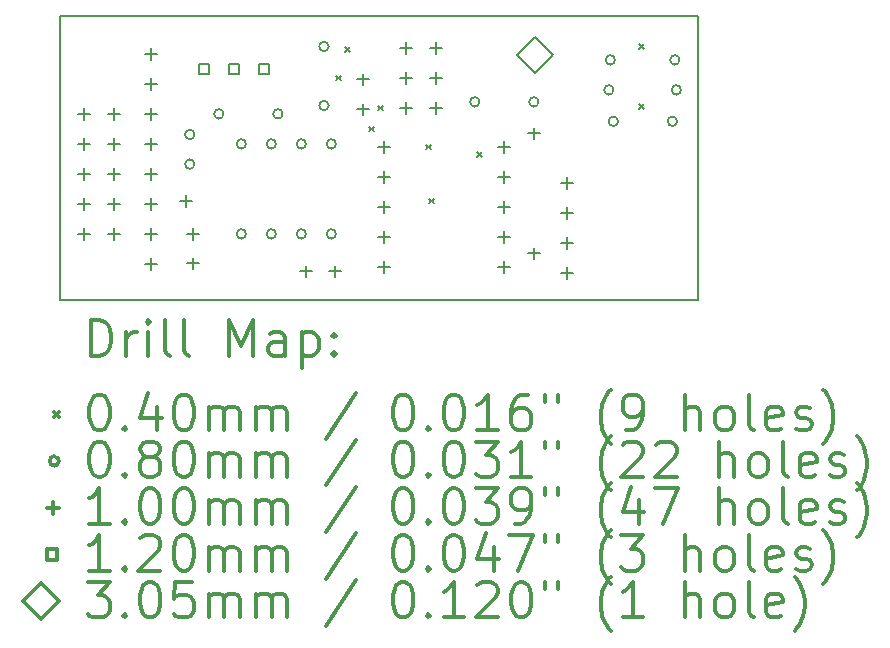
<source format=gbr>
%FSLAX45Y45*%
G04 Gerber Fmt 4.5, Leading zero omitted, Abs format (unit mm)*
G04 Created by KiCad (PCBNEW 4.0.1-stable) date Samstag, 06. Februar 2016 14:39:43*
%MOMM*%
G01*
G04 APERTURE LIST*
%ADD10C,0.127000*%
%ADD11C,0.150000*%
%ADD12C,0.200000*%
%ADD13C,0.300000*%
G04 APERTURE END LIST*
D10*
D11*
X0Y2400000D02*
X0Y0D01*
X5400000Y2400000D02*
X0Y2400000D01*
X5400000Y2400000D02*
X5400000Y0D01*
X0Y0D02*
X5400000Y0D01*
D12*
X2342200Y1899600D02*
X2382200Y1859600D01*
X2382200Y1899600D02*
X2342200Y1859600D01*
X2418400Y2140900D02*
X2458400Y2100900D01*
X2458400Y2140900D02*
X2418400Y2100900D01*
X2621600Y1467800D02*
X2661600Y1427800D01*
X2661600Y1467800D02*
X2621600Y1427800D01*
X2697800Y1645600D02*
X2737800Y1605600D01*
X2737800Y1645600D02*
X2697800Y1605600D01*
X3104200Y1315400D02*
X3144200Y1275400D01*
X3144200Y1315400D02*
X3104200Y1275400D01*
X3129600Y858200D02*
X3169600Y818200D01*
X3169600Y858200D02*
X3129600Y818200D01*
X3536000Y1251900D02*
X3576000Y1211900D01*
X3576000Y1251900D02*
X3536000Y1211900D01*
X4907600Y2166300D02*
X4947600Y2126300D01*
X4947600Y2166300D02*
X4907600Y2126300D01*
X4907600Y1658300D02*
X4947600Y1618300D01*
X4947600Y1658300D02*
X4907600Y1618300D01*
X1140000Y1400000D02*
G75*
G03X1140000Y1400000I-40000J0D01*
G01*
X1140000Y1150000D02*
G75*
G03X1140000Y1150000I-40000J0D01*
G01*
X1386200Y1574800D02*
G75*
G03X1386200Y1574800I-40000J0D01*
G01*
X1576700Y1320800D02*
G75*
G03X1576700Y1320800I-40000J0D01*
G01*
X1576700Y558800D02*
G75*
G03X1576700Y558800I-40000J0D01*
G01*
X1830700Y1320800D02*
G75*
G03X1830700Y1320800I-40000J0D01*
G01*
X1830700Y558800D02*
G75*
G03X1830700Y558800I-40000J0D01*
G01*
X1886200Y1574800D02*
G75*
G03X1886200Y1574800I-40000J0D01*
G01*
X2084700Y1320800D02*
G75*
G03X2084700Y1320800I-40000J0D01*
G01*
X2084700Y558800D02*
G75*
G03X2084700Y558800I-40000J0D01*
G01*
X2275200Y2146300D02*
G75*
G03X2275200Y2146300I-40000J0D01*
G01*
X2275200Y1646300D02*
G75*
G03X2275200Y1646300I-40000J0D01*
G01*
X2338700Y1320800D02*
G75*
G03X2338700Y1320800I-40000J0D01*
G01*
X2338700Y558800D02*
G75*
G03X2338700Y558800I-40000J0D01*
G01*
X3553200Y1676400D02*
G75*
G03X3553200Y1676400I-40000J0D01*
G01*
X4053200Y1676400D02*
G75*
G03X4053200Y1676400I-40000J0D01*
G01*
X4688200Y1778000D02*
G75*
G03X4688200Y1778000I-40000J0D01*
G01*
X4700900Y2032000D02*
G75*
G03X4700900Y2032000I-40000J0D01*
G01*
X4726300Y1511300D02*
G75*
G03X4726300Y1511300I-40000J0D01*
G01*
X5226300Y1511300D02*
G75*
G03X5226300Y1511300I-40000J0D01*
G01*
X5247000Y2032000D02*
G75*
G03X5247000Y2032000I-40000J0D01*
G01*
X5259700Y1778000D02*
G75*
G03X5259700Y1778000I-40000J0D01*
G01*
X203200Y1624800D02*
X203200Y1524800D01*
X153200Y1574800D02*
X253200Y1574800D01*
X203200Y1370800D02*
X203200Y1270800D01*
X153200Y1320800D02*
X253200Y1320800D01*
X203200Y1116800D02*
X203200Y1016800D01*
X153200Y1066800D02*
X253200Y1066800D01*
X203200Y862800D02*
X203200Y762800D01*
X153200Y812800D02*
X253200Y812800D01*
X203200Y608800D02*
X203200Y508800D01*
X153200Y558800D02*
X253200Y558800D01*
X457200Y1624800D02*
X457200Y1524800D01*
X407200Y1574800D02*
X507200Y1574800D01*
X457200Y1370800D02*
X457200Y1270800D01*
X407200Y1320800D02*
X507200Y1320800D01*
X457200Y1116800D02*
X457200Y1016800D01*
X407200Y1066800D02*
X507200Y1066800D01*
X457200Y862800D02*
X457200Y762800D01*
X407200Y812800D02*
X507200Y812800D01*
X457200Y608800D02*
X457200Y508800D01*
X407200Y558800D02*
X507200Y558800D01*
X774700Y2132800D02*
X774700Y2032800D01*
X724700Y2082800D02*
X824700Y2082800D01*
X774700Y1878800D02*
X774700Y1778800D01*
X724700Y1828800D02*
X824700Y1828800D01*
X774700Y1624800D02*
X774700Y1524800D01*
X724700Y1574800D02*
X824700Y1574800D01*
X774700Y1370800D02*
X774700Y1270800D01*
X724700Y1320800D02*
X824700Y1320800D01*
X774700Y1116800D02*
X774700Y1016800D01*
X724700Y1066800D02*
X824700Y1066800D01*
X774700Y862800D02*
X774700Y762800D01*
X724700Y812800D02*
X824700Y812800D01*
X774700Y608800D02*
X774700Y508800D01*
X724700Y558800D02*
X824700Y558800D01*
X774700Y354800D02*
X774700Y254800D01*
X724700Y304800D02*
X824700Y304800D01*
X1065000Y885000D02*
X1065000Y785000D01*
X1015000Y835000D02*
X1115000Y835000D01*
X1130300Y608800D02*
X1130300Y508800D01*
X1080300Y558800D02*
X1180300Y558800D01*
X1130300Y358864D02*
X1130300Y258864D01*
X1080300Y308864D02*
X1180300Y308864D01*
X2082800Y291300D02*
X2082800Y191300D01*
X2032800Y241300D02*
X2132800Y241300D01*
X2332736Y291300D02*
X2332736Y191300D01*
X2282736Y241300D02*
X2382736Y241300D01*
X2565400Y1916900D02*
X2565400Y1816900D01*
X2515400Y1866900D02*
X2615400Y1866900D01*
X2565400Y1662900D02*
X2565400Y1562900D01*
X2515400Y1612900D02*
X2615400Y1612900D01*
X2743200Y1345400D02*
X2743200Y1245400D01*
X2693200Y1295400D02*
X2793200Y1295400D01*
X2743200Y1091400D02*
X2743200Y991400D01*
X2693200Y1041400D02*
X2793200Y1041400D01*
X2743200Y837400D02*
X2743200Y737400D01*
X2693200Y787400D02*
X2793200Y787400D01*
X2743200Y583400D02*
X2743200Y483400D01*
X2693200Y533400D02*
X2793200Y533400D01*
X2743200Y329400D02*
X2743200Y229400D01*
X2693200Y279400D02*
X2793200Y279400D01*
X2933700Y2183600D02*
X2933700Y2083600D01*
X2883700Y2133600D02*
X2983700Y2133600D01*
X2933700Y1929600D02*
X2933700Y1829600D01*
X2883700Y1879600D02*
X2983700Y1879600D01*
X2933700Y1675600D02*
X2933700Y1575600D01*
X2883700Y1625600D02*
X2983700Y1625600D01*
X3187700Y2183600D02*
X3187700Y2083600D01*
X3137700Y2133600D02*
X3237700Y2133600D01*
X3187700Y1929600D02*
X3187700Y1829600D01*
X3137700Y1879600D02*
X3237700Y1879600D01*
X3187700Y1675600D02*
X3187700Y1575600D01*
X3137700Y1625600D02*
X3237700Y1625600D01*
X3759200Y1345400D02*
X3759200Y1245400D01*
X3709200Y1295400D02*
X3809200Y1295400D01*
X3759200Y1091400D02*
X3759200Y991400D01*
X3709200Y1041400D02*
X3809200Y1041400D01*
X3759200Y837400D02*
X3759200Y737400D01*
X3709200Y787400D02*
X3809200Y787400D01*
X3759200Y583400D02*
X3759200Y483400D01*
X3709200Y533400D02*
X3809200Y533400D01*
X3759200Y329400D02*
X3759200Y229400D01*
X3709200Y279400D02*
X3809200Y279400D01*
X4013200Y1459700D02*
X4013200Y1359700D01*
X3963200Y1409700D02*
X4063200Y1409700D01*
X4013200Y443700D02*
X4013200Y343700D01*
X3963200Y393700D02*
X4063200Y393700D01*
X4292600Y1040600D02*
X4292600Y940600D01*
X4242600Y990600D02*
X4342600Y990600D01*
X4292600Y786600D02*
X4292600Y686600D01*
X4242600Y736600D02*
X4342600Y736600D01*
X4292600Y532600D02*
X4292600Y432600D01*
X4242600Y482600D02*
X4342600Y482600D01*
X4292600Y278600D02*
X4292600Y178600D01*
X4242600Y228600D02*
X4342600Y228600D01*
X1261627Y1913373D02*
X1261627Y1998227D01*
X1176773Y1998227D01*
X1176773Y1913373D01*
X1261627Y1913373D01*
X1515627Y1913373D02*
X1515627Y1998227D01*
X1430773Y1998227D01*
X1430773Y1913373D01*
X1515627Y1913373D01*
X1769627Y1913373D02*
X1769627Y1998227D01*
X1684773Y1998227D01*
X1684773Y1913373D01*
X1769627Y1913373D01*
X4025900Y1917700D02*
X4178300Y2070100D01*
X4025900Y2222500D01*
X3873500Y2070100D01*
X4025900Y1917700D01*
D13*
X263929Y-473214D02*
X263929Y-173214D01*
X335357Y-173214D01*
X378214Y-187500D01*
X406786Y-216071D01*
X421071Y-244643D01*
X435357Y-301786D01*
X435357Y-344643D01*
X421071Y-401786D01*
X406786Y-430357D01*
X378214Y-458929D01*
X335357Y-473214D01*
X263929Y-473214D01*
X563929Y-473214D02*
X563929Y-273214D01*
X563929Y-330357D02*
X578214Y-301786D01*
X592500Y-287500D01*
X621071Y-273214D01*
X649643Y-273214D01*
X749643Y-473214D02*
X749643Y-273214D01*
X749643Y-173214D02*
X735357Y-187500D01*
X749643Y-201786D01*
X763928Y-187500D01*
X749643Y-173214D01*
X749643Y-201786D01*
X935357Y-473214D02*
X906786Y-458929D01*
X892500Y-430357D01*
X892500Y-173214D01*
X1092500Y-473214D02*
X1063929Y-458929D01*
X1049643Y-430357D01*
X1049643Y-173214D01*
X1435357Y-473214D02*
X1435357Y-173214D01*
X1535357Y-387500D01*
X1635357Y-173214D01*
X1635357Y-473214D01*
X1906786Y-473214D02*
X1906786Y-316072D01*
X1892500Y-287500D01*
X1863928Y-273214D01*
X1806786Y-273214D01*
X1778214Y-287500D01*
X1906786Y-458929D02*
X1878214Y-473214D01*
X1806786Y-473214D01*
X1778214Y-458929D01*
X1763928Y-430357D01*
X1763928Y-401786D01*
X1778214Y-373214D01*
X1806786Y-358929D01*
X1878214Y-358929D01*
X1906786Y-344643D01*
X2049643Y-273214D02*
X2049643Y-573214D01*
X2049643Y-287500D02*
X2078214Y-273214D01*
X2135357Y-273214D01*
X2163929Y-287500D01*
X2178214Y-301786D01*
X2192500Y-330357D01*
X2192500Y-416071D01*
X2178214Y-444643D01*
X2163929Y-458929D01*
X2135357Y-473214D01*
X2078214Y-473214D01*
X2049643Y-458929D01*
X2321071Y-444643D02*
X2335357Y-458929D01*
X2321071Y-473214D01*
X2306786Y-458929D01*
X2321071Y-444643D01*
X2321071Y-473214D01*
X2321071Y-287500D02*
X2335357Y-301786D01*
X2321071Y-316072D01*
X2306786Y-301786D01*
X2321071Y-287500D01*
X2321071Y-316072D01*
X-47500Y-947500D02*
X-7500Y-987500D01*
X-7500Y-947500D02*
X-47500Y-987500D01*
X321071Y-803214D02*
X349643Y-803214D01*
X378214Y-817500D01*
X392500Y-831786D01*
X406786Y-860357D01*
X421071Y-917500D01*
X421071Y-988929D01*
X406786Y-1046071D01*
X392500Y-1074643D01*
X378214Y-1088929D01*
X349643Y-1103214D01*
X321071Y-1103214D01*
X292500Y-1088929D01*
X278214Y-1074643D01*
X263929Y-1046071D01*
X249643Y-988929D01*
X249643Y-917500D01*
X263929Y-860357D01*
X278214Y-831786D01*
X292500Y-817500D01*
X321071Y-803214D01*
X549643Y-1074643D02*
X563929Y-1088929D01*
X549643Y-1103214D01*
X535357Y-1088929D01*
X549643Y-1074643D01*
X549643Y-1103214D01*
X821071Y-903214D02*
X821071Y-1103214D01*
X749643Y-788929D02*
X678214Y-1003214D01*
X863928Y-1003214D01*
X1035357Y-803214D02*
X1063929Y-803214D01*
X1092500Y-817500D01*
X1106786Y-831786D01*
X1121071Y-860357D01*
X1135357Y-917500D01*
X1135357Y-988929D01*
X1121071Y-1046071D01*
X1106786Y-1074643D01*
X1092500Y-1088929D01*
X1063929Y-1103214D01*
X1035357Y-1103214D01*
X1006786Y-1088929D01*
X992500Y-1074643D01*
X978214Y-1046071D01*
X963928Y-988929D01*
X963928Y-917500D01*
X978214Y-860357D01*
X992500Y-831786D01*
X1006786Y-817500D01*
X1035357Y-803214D01*
X1263929Y-1103214D02*
X1263929Y-903214D01*
X1263929Y-931786D02*
X1278214Y-917500D01*
X1306786Y-903214D01*
X1349643Y-903214D01*
X1378214Y-917500D01*
X1392500Y-946071D01*
X1392500Y-1103214D01*
X1392500Y-946071D02*
X1406786Y-917500D01*
X1435357Y-903214D01*
X1478214Y-903214D01*
X1506786Y-917500D01*
X1521071Y-946071D01*
X1521071Y-1103214D01*
X1663928Y-1103214D02*
X1663928Y-903214D01*
X1663928Y-931786D02*
X1678214Y-917500D01*
X1706786Y-903214D01*
X1749643Y-903214D01*
X1778214Y-917500D01*
X1792500Y-946071D01*
X1792500Y-1103214D01*
X1792500Y-946071D02*
X1806786Y-917500D01*
X1835357Y-903214D01*
X1878214Y-903214D01*
X1906786Y-917500D01*
X1921071Y-946071D01*
X1921071Y-1103214D01*
X2506786Y-788929D02*
X2249643Y-1174643D01*
X2892500Y-803214D02*
X2921071Y-803214D01*
X2949643Y-817500D01*
X2963928Y-831786D01*
X2978214Y-860357D01*
X2992500Y-917500D01*
X2992500Y-988929D01*
X2978214Y-1046071D01*
X2963928Y-1074643D01*
X2949643Y-1088929D01*
X2921071Y-1103214D01*
X2892500Y-1103214D01*
X2863928Y-1088929D01*
X2849643Y-1074643D01*
X2835357Y-1046071D01*
X2821071Y-988929D01*
X2821071Y-917500D01*
X2835357Y-860357D01*
X2849643Y-831786D01*
X2863928Y-817500D01*
X2892500Y-803214D01*
X3121071Y-1074643D02*
X3135357Y-1088929D01*
X3121071Y-1103214D01*
X3106786Y-1088929D01*
X3121071Y-1074643D01*
X3121071Y-1103214D01*
X3321071Y-803214D02*
X3349643Y-803214D01*
X3378214Y-817500D01*
X3392500Y-831786D01*
X3406785Y-860357D01*
X3421071Y-917500D01*
X3421071Y-988929D01*
X3406785Y-1046071D01*
X3392500Y-1074643D01*
X3378214Y-1088929D01*
X3349643Y-1103214D01*
X3321071Y-1103214D01*
X3292500Y-1088929D01*
X3278214Y-1074643D01*
X3263928Y-1046071D01*
X3249643Y-988929D01*
X3249643Y-917500D01*
X3263928Y-860357D01*
X3278214Y-831786D01*
X3292500Y-817500D01*
X3321071Y-803214D01*
X3706785Y-1103214D02*
X3535357Y-1103214D01*
X3621071Y-1103214D02*
X3621071Y-803214D01*
X3592500Y-846071D01*
X3563928Y-874643D01*
X3535357Y-888929D01*
X3963928Y-803214D02*
X3906785Y-803214D01*
X3878214Y-817500D01*
X3863928Y-831786D01*
X3835357Y-874643D01*
X3821071Y-931786D01*
X3821071Y-1046071D01*
X3835357Y-1074643D01*
X3849643Y-1088929D01*
X3878214Y-1103214D01*
X3935357Y-1103214D01*
X3963928Y-1088929D01*
X3978214Y-1074643D01*
X3992500Y-1046071D01*
X3992500Y-974643D01*
X3978214Y-946071D01*
X3963928Y-931786D01*
X3935357Y-917500D01*
X3878214Y-917500D01*
X3849643Y-931786D01*
X3835357Y-946071D01*
X3821071Y-974643D01*
X4106786Y-803214D02*
X4106786Y-860357D01*
X4221071Y-803214D02*
X4221071Y-860357D01*
X4663928Y-1217500D02*
X4649643Y-1203214D01*
X4621071Y-1160357D01*
X4606786Y-1131786D01*
X4592500Y-1088929D01*
X4578214Y-1017500D01*
X4578214Y-960357D01*
X4592500Y-888929D01*
X4606786Y-846071D01*
X4621071Y-817500D01*
X4649643Y-774643D01*
X4663928Y-760357D01*
X4792500Y-1103214D02*
X4849643Y-1103214D01*
X4878214Y-1088929D01*
X4892500Y-1074643D01*
X4921071Y-1031786D01*
X4935357Y-974643D01*
X4935357Y-860357D01*
X4921071Y-831786D01*
X4906786Y-817500D01*
X4878214Y-803214D01*
X4821071Y-803214D01*
X4792500Y-817500D01*
X4778214Y-831786D01*
X4763928Y-860357D01*
X4763928Y-931786D01*
X4778214Y-960357D01*
X4792500Y-974643D01*
X4821071Y-988929D01*
X4878214Y-988929D01*
X4906786Y-974643D01*
X4921071Y-960357D01*
X4935357Y-931786D01*
X5292500Y-1103214D02*
X5292500Y-803214D01*
X5421071Y-1103214D02*
X5421071Y-946071D01*
X5406786Y-917500D01*
X5378214Y-903214D01*
X5335357Y-903214D01*
X5306786Y-917500D01*
X5292500Y-931786D01*
X5606785Y-1103214D02*
X5578214Y-1088929D01*
X5563928Y-1074643D01*
X5549643Y-1046071D01*
X5549643Y-960357D01*
X5563928Y-931786D01*
X5578214Y-917500D01*
X5606785Y-903214D01*
X5649643Y-903214D01*
X5678214Y-917500D01*
X5692500Y-931786D01*
X5706785Y-960357D01*
X5706785Y-1046071D01*
X5692500Y-1074643D01*
X5678214Y-1088929D01*
X5649643Y-1103214D01*
X5606785Y-1103214D01*
X5878214Y-1103214D02*
X5849643Y-1088929D01*
X5835357Y-1060357D01*
X5835357Y-803214D01*
X6106786Y-1088929D02*
X6078214Y-1103214D01*
X6021071Y-1103214D01*
X5992500Y-1088929D01*
X5978214Y-1060357D01*
X5978214Y-946071D01*
X5992500Y-917500D01*
X6021071Y-903214D01*
X6078214Y-903214D01*
X6106786Y-917500D01*
X6121071Y-946071D01*
X6121071Y-974643D01*
X5978214Y-1003214D01*
X6235357Y-1088929D02*
X6263928Y-1103214D01*
X6321071Y-1103214D01*
X6349643Y-1088929D01*
X6363928Y-1060357D01*
X6363928Y-1046071D01*
X6349643Y-1017500D01*
X6321071Y-1003214D01*
X6278214Y-1003214D01*
X6249643Y-988929D01*
X6235357Y-960357D01*
X6235357Y-946071D01*
X6249643Y-917500D01*
X6278214Y-903214D01*
X6321071Y-903214D01*
X6349643Y-917500D01*
X6463928Y-1217500D02*
X6478214Y-1203214D01*
X6506786Y-1160357D01*
X6521071Y-1131786D01*
X6535357Y-1088929D01*
X6549643Y-1017500D01*
X6549643Y-960357D01*
X6535357Y-888929D01*
X6521071Y-846071D01*
X6506786Y-817500D01*
X6478214Y-774643D01*
X6463928Y-760357D01*
X-7500Y-1363500D02*
G75*
G03X-7500Y-1363500I-40000J0D01*
G01*
X321071Y-1199214D02*
X349643Y-1199214D01*
X378214Y-1213500D01*
X392500Y-1227786D01*
X406786Y-1256357D01*
X421071Y-1313500D01*
X421071Y-1384929D01*
X406786Y-1442071D01*
X392500Y-1470643D01*
X378214Y-1484929D01*
X349643Y-1499214D01*
X321071Y-1499214D01*
X292500Y-1484929D01*
X278214Y-1470643D01*
X263929Y-1442071D01*
X249643Y-1384929D01*
X249643Y-1313500D01*
X263929Y-1256357D01*
X278214Y-1227786D01*
X292500Y-1213500D01*
X321071Y-1199214D01*
X549643Y-1470643D02*
X563929Y-1484929D01*
X549643Y-1499214D01*
X535357Y-1484929D01*
X549643Y-1470643D01*
X549643Y-1499214D01*
X735357Y-1327786D02*
X706786Y-1313500D01*
X692500Y-1299214D01*
X678214Y-1270643D01*
X678214Y-1256357D01*
X692500Y-1227786D01*
X706786Y-1213500D01*
X735357Y-1199214D01*
X792500Y-1199214D01*
X821071Y-1213500D01*
X835357Y-1227786D01*
X849643Y-1256357D01*
X849643Y-1270643D01*
X835357Y-1299214D01*
X821071Y-1313500D01*
X792500Y-1327786D01*
X735357Y-1327786D01*
X706786Y-1342072D01*
X692500Y-1356357D01*
X678214Y-1384929D01*
X678214Y-1442071D01*
X692500Y-1470643D01*
X706786Y-1484929D01*
X735357Y-1499214D01*
X792500Y-1499214D01*
X821071Y-1484929D01*
X835357Y-1470643D01*
X849643Y-1442071D01*
X849643Y-1384929D01*
X835357Y-1356357D01*
X821071Y-1342072D01*
X792500Y-1327786D01*
X1035357Y-1199214D02*
X1063929Y-1199214D01*
X1092500Y-1213500D01*
X1106786Y-1227786D01*
X1121071Y-1256357D01*
X1135357Y-1313500D01*
X1135357Y-1384929D01*
X1121071Y-1442071D01*
X1106786Y-1470643D01*
X1092500Y-1484929D01*
X1063929Y-1499214D01*
X1035357Y-1499214D01*
X1006786Y-1484929D01*
X992500Y-1470643D01*
X978214Y-1442071D01*
X963928Y-1384929D01*
X963928Y-1313500D01*
X978214Y-1256357D01*
X992500Y-1227786D01*
X1006786Y-1213500D01*
X1035357Y-1199214D01*
X1263929Y-1499214D02*
X1263929Y-1299214D01*
X1263929Y-1327786D02*
X1278214Y-1313500D01*
X1306786Y-1299214D01*
X1349643Y-1299214D01*
X1378214Y-1313500D01*
X1392500Y-1342072D01*
X1392500Y-1499214D01*
X1392500Y-1342072D02*
X1406786Y-1313500D01*
X1435357Y-1299214D01*
X1478214Y-1299214D01*
X1506786Y-1313500D01*
X1521071Y-1342072D01*
X1521071Y-1499214D01*
X1663928Y-1499214D02*
X1663928Y-1299214D01*
X1663928Y-1327786D02*
X1678214Y-1313500D01*
X1706786Y-1299214D01*
X1749643Y-1299214D01*
X1778214Y-1313500D01*
X1792500Y-1342072D01*
X1792500Y-1499214D01*
X1792500Y-1342072D02*
X1806786Y-1313500D01*
X1835357Y-1299214D01*
X1878214Y-1299214D01*
X1906786Y-1313500D01*
X1921071Y-1342072D01*
X1921071Y-1499214D01*
X2506786Y-1184929D02*
X2249643Y-1570643D01*
X2892500Y-1199214D02*
X2921071Y-1199214D01*
X2949643Y-1213500D01*
X2963928Y-1227786D01*
X2978214Y-1256357D01*
X2992500Y-1313500D01*
X2992500Y-1384929D01*
X2978214Y-1442071D01*
X2963928Y-1470643D01*
X2949643Y-1484929D01*
X2921071Y-1499214D01*
X2892500Y-1499214D01*
X2863928Y-1484929D01*
X2849643Y-1470643D01*
X2835357Y-1442071D01*
X2821071Y-1384929D01*
X2821071Y-1313500D01*
X2835357Y-1256357D01*
X2849643Y-1227786D01*
X2863928Y-1213500D01*
X2892500Y-1199214D01*
X3121071Y-1470643D02*
X3135357Y-1484929D01*
X3121071Y-1499214D01*
X3106786Y-1484929D01*
X3121071Y-1470643D01*
X3121071Y-1499214D01*
X3321071Y-1199214D02*
X3349643Y-1199214D01*
X3378214Y-1213500D01*
X3392500Y-1227786D01*
X3406785Y-1256357D01*
X3421071Y-1313500D01*
X3421071Y-1384929D01*
X3406785Y-1442071D01*
X3392500Y-1470643D01*
X3378214Y-1484929D01*
X3349643Y-1499214D01*
X3321071Y-1499214D01*
X3292500Y-1484929D01*
X3278214Y-1470643D01*
X3263928Y-1442071D01*
X3249643Y-1384929D01*
X3249643Y-1313500D01*
X3263928Y-1256357D01*
X3278214Y-1227786D01*
X3292500Y-1213500D01*
X3321071Y-1199214D01*
X3521071Y-1199214D02*
X3706785Y-1199214D01*
X3606785Y-1313500D01*
X3649643Y-1313500D01*
X3678214Y-1327786D01*
X3692500Y-1342072D01*
X3706785Y-1370643D01*
X3706785Y-1442071D01*
X3692500Y-1470643D01*
X3678214Y-1484929D01*
X3649643Y-1499214D01*
X3563928Y-1499214D01*
X3535357Y-1484929D01*
X3521071Y-1470643D01*
X3992500Y-1499214D02*
X3821071Y-1499214D01*
X3906785Y-1499214D02*
X3906785Y-1199214D01*
X3878214Y-1242072D01*
X3849643Y-1270643D01*
X3821071Y-1284929D01*
X4106786Y-1199214D02*
X4106786Y-1256357D01*
X4221071Y-1199214D02*
X4221071Y-1256357D01*
X4663928Y-1613500D02*
X4649643Y-1599214D01*
X4621071Y-1556357D01*
X4606786Y-1527786D01*
X4592500Y-1484929D01*
X4578214Y-1413500D01*
X4578214Y-1356357D01*
X4592500Y-1284929D01*
X4606786Y-1242072D01*
X4621071Y-1213500D01*
X4649643Y-1170643D01*
X4663928Y-1156357D01*
X4763928Y-1227786D02*
X4778214Y-1213500D01*
X4806786Y-1199214D01*
X4878214Y-1199214D01*
X4906786Y-1213500D01*
X4921071Y-1227786D01*
X4935357Y-1256357D01*
X4935357Y-1284929D01*
X4921071Y-1327786D01*
X4749643Y-1499214D01*
X4935357Y-1499214D01*
X5049643Y-1227786D02*
X5063928Y-1213500D01*
X5092500Y-1199214D01*
X5163928Y-1199214D01*
X5192500Y-1213500D01*
X5206786Y-1227786D01*
X5221071Y-1256357D01*
X5221071Y-1284929D01*
X5206786Y-1327786D01*
X5035357Y-1499214D01*
X5221071Y-1499214D01*
X5578214Y-1499214D02*
X5578214Y-1199214D01*
X5706785Y-1499214D02*
X5706785Y-1342072D01*
X5692500Y-1313500D01*
X5663928Y-1299214D01*
X5621071Y-1299214D01*
X5592500Y-1313500D01*
X5578214Y-1327786D01*
X5892500Y-1499214D02*
X5863928Y-1484929D01*
X5849643Y-1470643D01*
X5835357Y-1442071D01*
X5835357Y-1356357D01*
X5849643Y-1327786D01*
X5863928Y-1313500D01*
X5892500Y-1299214D01*
X5935357Y-1299214D01*
X5963928Y-1313500D01*
X5978214Y-1327786D01*
X5992500Y-1356357D01*
X5992500Y-1442071D01*
X5978214Y-1470643D01*
X5963928Y-1484929D01*
X5935357Y-1499214D01*
X5892500Y-1499214D01*
X6163928Y-1499214D02*
X6135357Y-1484929D01*
X6121071Y-1456357D01*
X6121071Y-1199214D01*
X6392500Y-1484929D02*
X6363928Y-1499214D01*
X6306786Y-1499214D01*
X6278214Y-1484929D01*
X6263928Y-1456357D01*
X6263928Y-1342072D01*
X6278214Y-1313500D01*
X6306786Y-1299214D01*
X6363928Y-1299214D01*
X6392500Y-1313500D01*
X6406786Y-1342072D01*
X6406786Y-1370643D01*
X6263928Y-1399214D01*
X6521071Y-1484929D02*
X6549643Y-1499214D01*
X6606786Y-1499214D01*
X6635357Y-1484929D01*
X6649643Y-1456357D01*
X6649643Y-1442071D01*
X6635357Y-1413500D01*
X6606786Y-1399214D01*
X6563928Y-1399214D01*
X6535357Y-1384929D01*
X6521071Y-1356357D01*
X6521071Y-1342072D01*
X6535357Y-1313500D01*
X6563928Y-1299214D01*
X6606786Y-1299214D01*
X6635357Y-1313500D01*
X6749643Y-1613500D02*
X6763928Y-1599214D01*
X6792500Y-1556357D01*
X6806786Y-1527786D01*
X6821071Y-1484929D01*
X6835357Y-1413500D01*
X6835357Y-1356357D01*
X6821071Y-1284929D01*
X6806786Y-1242072D01*
X6792500Y-1213500D01*
X6763928Y-1170643D01*
X6749643Y-1156357D01*
X-57500Y-1709500D02*
X-57500Y-1809500D01*
X-107500Y-1759500D02*
X-7500Y-1759500D01*
X421071Y-1895214D02*
X249643Y-1895214D01*
X335357Y-1895214D02*
X335357Y-1595214D01*
X306786Y-1638071D01*
X278214Y-1666643D01*
X249643Y-1680929D01*
X549643Y-1866643D02*
X563929Y-1880929D01*
X549643Y-1895214D01*
X535357Y-1880929D01*
X549643Y-1866643D01*
X549643Y-1895214D01*
X749643Y-1595214D02*
X778214Y-1595214D01*
X806786Y-1609500D01*
X821071Y-1623786D01*
X835357Y-1652357D01*
X849643Y-1709500D01*
X849643Y-1780929D01*
X835357Y-1838071D01*
X821071Y-1866643D01*
X806786Y-1880929D01*
X778214Y-1895214D01*
X749643Y-1895214D01*
X721071Y-1880929D01*
X706786Y-1866643D01*
X692500Y-1838071D01*
X678214Y-1780929D01*
X678214Y-1709500D01*
X692500Y-1652357D01*
X706786Y-1623786D01*
X721071Y-1609500D01*
X749643Y-1595214D01*
X1035357Y-1595214D02*
X1063929Y-1595214D01*
X1092500Y-1609500D01*
X1106786Y-1623786D01*
X1121071Y-1652357D01*
X1135357Y-1709500D01*
X1135357Y-1780929D01*
X1121071Y-1838071D01*
X1106786Y-1866643D01*
X1092500Y-1880929D01*
X1063929Y-1895214D01*
X1035357Y-1895214D01*
X1006786Y-1880929D01*
X992500Y-1866643D01*
X978214Y-1838071D01*
X963928Y-1780929D01*
X963928Y-1709500D01*
X978214Y-1652357D01*
X992500Y-1623786D01*
X1006786Y-1609500D01*
X1035357Y-1595214D01*
X1263929Y-1895214D02*
X1263929Y-1695214D01*
X1263929Y-1723786D02*
X1278214Y-1709500D01*
X1306786Y-1695214D01*
X1349643Y-1695214D01*
X1378214Y-1709500D01*
X1392500Y-1738071D01*
X1392500Y-1895214D01*
X1392500Y-1738071D02*
X1406786Y-1709500D01*
X1435357Y-1695214D01*
X1478214Y-1695214D01*
X1506786Y-1709500D01*
X1521071Y-1738071D01*
X1521071Y-1895214D01*
X1663928Y-1895214D02*
X1663928Y-1695214D01*
X1663928Y-1723786D02*
X1678214Y-1709500D01*
X1706786Y-1695214D01*
X1749643Y-1695214D01*
X1778214Y-1709500D01*
X1792500Y-1738071D01*
X1792500Y-1895214D01*
X1792500Y-1738071D02*
X1806786Y-1709500D01*
X1835357Y-1695214D01*
X1878214Y-1695214D01*
X1906786Y-1709500D01*
X1921071Y-1738071D01*
X1921071Y-1895214D01*
X2506786Y-1580929D02*
X2249643Y-1966643D01*
X2892500Y-1595214D02*
X2921071Y-1595214D01*
X2949643Y-1609500D01*
X2963928Y-1623786D01*
X2978214Y-1652357D01*
X2992500Y-1709500D01*
X2992500Y-1780929D01*
X2978214Y-1838071D01*
X2963928Y-1866643D01*
X2949643Y-1880929D01*
X2921071Y-1895214D01*
X2892500Y-1895214D01*
X2863928Y-1880929D01*
X2849643Y-1866643D01*
X2835357Y-1838071D01*
X2821071Y-1780929D01*
X2821071Y-1709500D01*
X2835357Y-1652357D01*
X2849643Y-1623786D01*
X2863928Y-1609500D01*
X2892500Y-1595214D01*
X3121071Y-1866643D02*
X3135357Y-1880929D01*
X3121071Y-1895214D01*
X3106786Y-1880929D01*
X3121071Y-1866643D01*
X3121071Y-1895214D01*
X3321071Y-1595214D02*
X3349643Y-1595214D01*
X3378214Y-1609500D01*
X3392500Y-1623786D01*
X3406785Y-1652357D01*
X3421071Y-1709500D01*
X3421071Y-1780929D01*
X3406785Y-1838071D01*
X3392500Y-1866643D01*
X3378214Y-1880929D01*
X3349643Y-1895214D01*
X3321071Y-1895214D01*
X3292500Y-1880929D01*
X3278214Y-1866643D01*
X3263928Y-1838071D01*
X3249643Y-1780929D01*
X3249643Y-1709500D01*
X3263928Y-1652357D01*
X3278214Y-1623786D01*
X3292500Y-1609500D01*
X3321071Y-1595214D01*
X3521071Y-1595214D02*
X3706785Y-1595214D01*
X3606785Y-1709500D01*
X3649643Y-1709500D01*
X3678214Y-1723786D01*
X3692500Y-1738071D01*
X3706785Y-1766643D01*
X3706785Y-1838071D01*
X3692500Y-1866643D01*
X3678214Y-1880929D01*
X3649643Y-1895214D01*
X3563928Y-1895214D01*
X3535357Y-1880929D01*
X3521071Y-1866643D01*
X3849643Y-1895214D02*
X3906785Y-1895214D01*
X3935357Y-1880929D01*
X3949643Y-1866643D01*
X3978214Y-1823786D01*
X3992500Y-1766643D01*
X3992500Y-1652357D01*
X3978214Y-1623786D01*
X3963928Y-1609500D01*
X3935357Y-1595214D01*
X3878214Y-1595214D01*
X3849643Y-1609500D01*
X3835357Y-1623786D01*
X3821071Y-1652357D01*
X3821071Y-1723786D01*
X3835357Y-1752357D01*
X3849643Y-1766643D01*
X3878214Y-1780929D01*
X3935357Y-1780929D01*
X3963928Y-1766643D01*
X3978214Y-1752357D01*
X3992500Y-1723786D01*
X4106786Y-1595214D02*
X4106786Y-1652357D01*
X4221071Y-1595214D02*
X4221071Y-1652357D01*
X4663928Y-2009500D02*
X4649643Y-1995214D01*
X4621071Y-1952357D01*
X4606786Y-1923786D01*
X4592500Y-1880929D01*
X4578214Y-1809500D01*
X4578214Y-1752357D01*
X4592500Y-1680929D01*
X4606786Y-1638071D01*
X4621071Y-1609500D01*
X4649643Y-1566643D01*
X4663928Y-1552357D01*
X4906786Y-1695214D02*
X4906786Y-1895214D01*
X4835357Y-1580929D02*
X4763928Y-1795214D01*
X4949643Y-1795214D01*
X5035357Y-1595214D02*
X5235357Y-1595214D01*
X5106786Y-1895214D01*
X5578214Y-1895214D02*
X5578214Y-1595214D01*
X5706785Y-1895214D02*
X5706785Y-1738071D01*
X5692500Y-1709500D01*
X5663928Y-1695214D01*
X5621071Y-1695214D01*
X5592500Y-1709500D01*
X5578214Y-1723786D01*
X5892500Y-1895214D02*
X5863928Y-1880929D01*
X5849643Y-1866643D01*
X5835357Y-1838071D01*
X5835357Y-1752357D01*
X5849643Y-1723786D01*
X5863928Y-1709500D01*
X5892500Y-1695214D01*
X5935357Y-1695214D01*
X5963928Y-1709500D01*
X5978214Y-1723786D01*
X5992500Y-1752357D01*
X5992500Y-1838071D01*
X5978214Y-1866643D01*
X5963928Y-1880929D01*
X5935357Y-1895214D01*
X5892500Y-1895214D01*
X6163928Y-1895214D02*
X6135357Y-1880929D01*
X6121071Y-1852357D01*
X6121071Y-1595214D01*
X6392500Y-1880929D02*
X6363928Y-1895214D01*
X6306786Y-1895214D01*
X6278214Y-1880929D01*
X6263928Y-1852357D01*
X6263928Y-1738071D01*
X6278214Y-1709500D01*
X6306786Y-1695214D01*
X6363928Y-1695214D01*
X6392500Y-1709500D01*
X6406786Y-1738071D01*
X6406786Y-1766643D01*
X6263928Y-1795214D01*
X6521071Y-1880929D02*
X6549643Y-1895214D01*
X6606786Y-1895214D01*
X6635357Y-1880929D01*
X6649643Y-1852357D01*
X6649643Y-1838071D01*
X6635357Y-1809500D01*
X6606786Y-1795214D01*
X6563928Y-1795214D01*
X6535357Y-1780929D01*
X6521071Y-1752357D01*
X6521071Y-1738071D01*
X6535357Y-1709500D01*
X6563928Y-1695214D01*
X6606786Y-1695214D01*
X6635357Y-1709500D01*
X6749643Y-2009500D02*
X6763928Y-1995214D01*
X6792500Y-1952357D01*
X6806786Y-1923786D01*
X6821071Y-1880929D01*
X6835357Y-1809500D01*
X6835357Y-1752357D01*
X6821071Y-1680929D01*
X6806786Y-1638071D01*
X6792500Y-1609500D01*
X6763928Y-1566643D01*
X6749643Y-1552357D01*
X-25073Y-2197927D02*
X-25073Y-2113073D01*
X-109927Y-2113073D01*
X-109927Y-2197927D01*
X-25073Y-2197927D01*
X421071Y-2291214D02*
X249643Y-2291214D01*
X335357Y-2291214D02*
X335357Y-1991214D01*
X306786Y-2034071D01*
X278214Y-2062643D01*
X249643Y-2076929D01*
X549643Y-2262643D02*
X563929Y-2276929D01*
X549643Y-2291214D01*
X535357Y-2276929D01*
X549643Y-2262643D01*
X549643Y-2291214D01*
X678214Y-2019786D02*
X692500Y-2005500D01*
X721071Y-1991214D01*
X792500Y-1991214D01*
X821071Y-2005500D01*
X835357Y-2019786D01*
X849643Y-2048357D01*
X849643Y-2076929D01*
X835357Y-2119786D01*
X663928Y-2291214D01*
X849643Y-2291214D01*
X1035357Y-1991214D02*
X1063929Y-1991214D01*
X1092500Y-2005500D01*
X1106786Y-2019786D01*
X1121071Y-2048357D01*
X1135357Y-2105500D01*
X1135357Y-2176929D01*
X1121071Y-2234072D01*
X1106786Y-2262643D01*
X1092500Y-2276929D01*
X1063929Y-2291214D01*
X1035357Y-2291214D01*
X1006786Y-2276929D01*
X992500Y-2262643D01*
X978214Y-2234072D01*
X963928Y-2176929D01*
X963928Y-2105500D01*
X978214Y-2048357D01*
X992500Y-2019786D01*
X1006786Y-2005500D01*
X1035357Y-1991214D01*
X1263929Y-2291214D02*
X1263929Y-2091214D01*
X1263929Y-2119786D02*
X1278214Y-2105500D01*
X1306786Y-2091214D01*
X1349643Y-2091214D01*
X1378214Y-2105500D01*
X1392500Y-2134072D01*
X1392500Y-2291214D01*
X1392500Y-2134072D02*
X1406786Y-2105500D01*
X1435357Y-2091214D01*
X1478214Y-2091214D01*
X1506786Y-2105500D01*
X1521071Y-2134072D01*
X1521071Y-2291214D01*
X1663928Y-2291214D02*
X1663928Y-2091214D01*
X1663928Y-2119786D02*
X1678214Y-2105500D01*
X1706786Y-2091214D01*
X1749643Y-2091214D01*
X1778214Y-2105500D01*
X1792500Y-2134072D01*
X1792500Y-2291214D01*
X1792500Y-2134072D02*
X1806786Y-2105500D01*
X1835357Y-2091214D01*
X1878214Y-2091214D01*
X1906786Y-2105500D01*
X1921071Y-2134072D01*
X1921071Y-2291214D01*
X2506786Y-1976929D02*
X2249643Y-2362643D01*
X2892500Y-1991214D02*
X2921071Y-1991214D01*
X2949643Y-2005500D01*
X2963928Y-2019786D01*
X2978214Y-2048357D01*
X2992500Y-2105500D01*
X2992500Y-2176929D01*
X2978214Y-2234072D01*
X2963928Y-2262643D01*
X2949643Y-2276929D01*
X2921071Y-2291214D01*
X2892500Y-2291214D01*
X2863928Y-2276929D01*
X2849643Y-2262643D01*
X2835357Y-2234072D01*
X2821071Y-2176929D01*
X2821071Y-2105500D01*
X2835357Y-2048357D01*
X2849643Y-2019786D01*
X2863928Y-2005500D01*
X2892500Y-1991214D01*
X3121071Y-2262643D02*
X3135357Y-2276929D01*
X3121071Y-2291214D01*
X3106786Y-2276929D01*
X3121071Y-2262643D01*
X3121071Y-2291214D01*
X3321071Y-1991214D02*
X3349643Y-1991214D01*
X3378214Y-2005500D01*
X3392500Y-2019786D01*
X3406785Y-2048357D01*
X3421071Y-2105500D01*
X3421071Y-2176929D01*
X3406785Y-2234072D01*
X3392500Y-2262643D01*
X3378214Y-2276929D01*
X3349643Y-2291214D01*
X3321071Y-2291214D01*
X3292500Y-2276929D01*
X3278214Y-2262643D01*
X3263928Y-2234072D01*
X3249643Y-2176929D01*
X3249643Y-2105500D01*
X3263928Y-2048357D01*
X3278214Y-2019786D01*
X3292500Y-2005500D01*
X3321071Y-1991214D01*
X3678214Y-2091214D02*
X3678214Y-2291214D01*
X3606785Y-1976929D02*
X3535357Y-2191214D01*
X3721071Y-2191214D01*
X3806785Y-1991214D02*
X4006785Y-1991214D01*
X3878214Y-2291214D01*
X4106786Y-1991214D02*
X4106786Y-2048357D01*
X4221071Y-1991214D02*
X4221071Y-2048357D01*
X4663928Y-2405500D02*
X4649643Y-2391214D01*
X4621071Y-2348357D01*
X4606786Y-2319786D01*
X4592500Y-2276929D01*
X4578214Y-2205500D01*
X4578214Y-2148357D01*
X4592500Y-2076929D01*
X4606786Y-2034071D01*
X4621071Y-2005500D01*
X4649643Y-1962643D01*
X4663928Y-1948357D01*
X4749643Y-1991214D02*
X4935357Y-1991214D01*
X4835357Y-2105500D01*
X4878214Y-2105500D01*
X4906786Y-2119786D01*
X4921071Y-2134072D01*
X4935357Y-2162643D01*
X4935357Y-2234072D01*
X4921071Y-2262643D01*
X4906786Y-2276929D01*
X4878214Y-2291214D01*
X4792500Y-2291214D01*
X4763928Y-2276929D01*
X4749643Y-2262643D01*
X5292500Y-2291214D02*
X5292500Y-1991214D01*
X5421071Y-2291214D02*
X5421071Y-2134072D01*
X5406786Y-2105500D01*
X5378214Y-2091214D01*
X5335357Y-2091214D01*
X5306786Y-2105500D01*
X5292500Y-2119786D01*
X5606785Y-2291214D02*
X5578214Y-2276929D01*
X5563928Y-2262643D01*
X5549643Y-2234072D01*
X5549643Y-2148357D01*
X5563928Y-2119786D01*
X5578214Y-2105500D01*
X5606785Y-2091214D01*
X5649643Y-2091214D01*
X5678214Y-2105500D01*
X5692500Y-2119786D01*
X5706785Y-2148357D01*
X5706785Y-2234072D01*
X5692500Y-2262643D01*
X5678214Y-2276929D01*
X5649643Y-2291214D01*
X5606785Y-2291214D01*
X5878214Y-2291214D02*
X5849643Y-2276929D01*
X5835357Y-2248357D01*
X5835357Y-1991214D01*
X6106786Y-2276929D02*
X6078214Y-2291214D01*
X6021071Y-2291214D01*
X5992500Y-2276929D01*
X5978214Y-2248357D01*
X5978214Y-2134072D01*
X5992500Y-2105500D01*
X6021071Y-2091214D01*
X6078214Y-2091214D01*
X6106786Y-2105500D01*
X6121071Y-2134072D01*
X6121071Y-2162643D01*
X5978214Y-2191214D01*
X6235357Y-2276929D02*
X6263928Y-2291214D01*
X6321071Y-2291214D01*
X6349643Y-2276929D01*
X6363928Y-2248357D01*
X6363928Y-2234072D01*
X6349643Y-2205500D01*
X6321071Y-2191214D01*
X6278214Y-2191214D01*
X6249643Y-2176929D01*
X6235357Y-2148357D01*
X6235357Y-2134072D01*
X6249643Y-2105500D01*
X6278214Y-2091214D01*
X6321071Y-2091214D01*
X6349643Y-2105500D01*
X6463928Y-2405500D02*
X6478214Y-2391214D01*
X6506786Y-2348357D01*
X6521071Y-2319786D01*
X6535357Y-2276929D01*
X6549643Y-2205500D01*
X6549643Y-2148357D01*
X6535357Y-2076929D01*
X6521071Y-2034071D01*
X6506786Y-2005500D01*
X6478214Y-1962643D01*
X6463928Y-1948357D01*
X-159900Y-2703900D02*
X-7500Y-2551500D01*
X-159900Y-2399100D01*
X-312300Y-2551500D01*
X-159900Y-2703900D01*
X235357Y-2387214D02*
X421071Y-2387214D01*
X321071Y-2501500D01*
X363928Y-2501500D01*
X392500Y-2515786D01*
X406786Y-2530072D01*
X421071Y-2558643D01*
X421071Y-2630072D01*
X406786Y-2658643D01*
X392500Y-2672929D01*
X363928Y-2687214D01*
X278214Y-2687214D01*
X249643Y-2672929D01*
X235357Y-2658643D01*
X549643Y-2658643D02*
X563929Y-2672929D01*
X549643Y-2687214D01*
X535357Y-2672929D01*
X549643Y-2658643D01*
X549643Y-2687214D01*
X749643Y-2387214D02*
X778214Y-2387214D01*
X806786Y-2401500D01*
X821071Y-2415786D01*
X835357Y-2444357D01*
X849643Y-2501500D01*
X849643Y-2572929D01*
X835357Y-2630072D01*
X821071Y-2658643D01*
X806786Y-2672929D01*
X778214Y-2687214D01*
X749643Y-2687214D01*
X721071Y-2672929D01*
X706786Y-2658643D01*
X692500Y-2630072D01*
X678214Y-2572929D01*
X678214Y-2501500D01*
X692500Y-2444357D01*
X706786Y-2415786D01*
X721071Y-2401500D01*
X749643Y-2387214D01*
X1121071Y-2387214D02*
X978214Y-2387214D01*
X963928Y-2530072D01*
X978214Y-2515786D01*
X1006786Y-2501500D01*
X1078214Y-2501500D01*
X1106786Y-2515786D01*
X1121071Y-2530072D01*
X1135357Y-2558643D01*
X1135357Y-2630072D01*
X1121071Y-2658643D01*
X1106786Y-2672929D01*
X1078214Y-2687214D01*
X1006786Y-2687214D01*
X978214Y-2672929D01*
X963928Y-2658643D01*
X1263929Y-2687214D02*
X1263929Y-2487214D01*
X1263929Y-2515786D02*
X1278214Y-2501500D01*
X1306786Y-2487214D01*
X1349643Y-2487214D01*
X1378214Y-2501500D01*
X1392500Y-2530072D01*
X1392500Y-2687214D01*
X1392500Y-2530072D02*
X1406786Y-2501500D01*
X1435357Y-2487214D01*
X1478214Y-2487214D01*
X1506786Y-2501500D01*
X1521071Y-2530072D01*
X1521071Y-2687214D01*
X1663928Y-2687214D02*
X1663928Y-2487214D01*
X1663928Y-2515786D02*
X1678214Y-2501500D01*
X1706786Y-2487214D01*
X1749643Y-2487214D01*
X1778214Y-2501500D01*
X1792500Y-2530072D01*
X1792500Y-2687214D01*
X1792500Y-2530072D02*
X1806786Y-2501500D01*
X1835357Y-2487214D01*
X1878214Y-2487214D01*
X1906786Y-2501500D01*
X1921071Y-2530072D01*
X1921071Y-2687214D01*
X2506786Y-2372929D02*
X2249643Y-2758643D01*
X2892500Y-2387214D02*
X2921071Y-2387214D01*
X2949643Y-2401500D01*
X2963928Y-2415786D01*
X2978214Y-2444357D01*
X2992500Y-2501500D01*
X2992500Y-2572929D01*
X2978214Y-2630072D01*
X2963928Y-2658643D01*
X2949643Y-2672929D01*
X2921071Y-2687214D01*
X2892500Y-2687214D01*
X2863928Y-2672929D01*
X2849643Y-2658643D01*
X2835357Y-2630072D01*
X2821071Y-2572929D01*
X2821071Y-2501500D01*
X2835357Y-2444357D01*
X2849643Y-2415786D01*
X2863928Y-2401500D01*
X2892500Y-2387214D01*
X3121071Y-2658643D02*
X3135357Y-2672929D01*
X3121071Y-2687214D01*
X3106786Y-2672929D01*
X3121071Y-2658643D01*
X3121071Y-2687214D01*
X3421071Y-2687214D02*
X3249643Y-2687214D01*
X3335357Y-2687214D02*
X3335357Y-2387214D01*
X3306785Y-2430072D01*
X3278214Y-2458643D01*
X3249643Y-2472929D01*
X3535357Y-2415786D02*
X3549643Y-2401500D01*
X3578214Y-2387214D01*
X3649643Y-2387214D01*
X3678214Y-2401500D01*
X3692500Y-2415786D01*
X3706785Y-2444357D01*
X3706785Y-2472929D01*
X3692500Y-2515786D01*
X3521071Y-2687214D01*
X3706785Y-2687214D01*
X3892500Y-2387214D02*
X3921071Y-2387214D01*
X3949643Y-2401500D01*
X3963928Y-2415786D01*
X3978214Y-2444357D01*
X3992500Y-2501500D01*
X3992500Y-2572929D01*
X3978214Y-2630072D01*
X3963928Y-2658643D01*
X3949643Y-2672929D01*
X3921071Y-2687214D01*
X3892500Y-2687214D01*
X3863928Y-2672929D01*
X3849643Y-2658643D01*
X3835357Y-2630072D01*
X3821071Y-2572929D01*
X3821071Y-2501500D01*
X3835357Y-2444357D01*
X3849643Y-2415786D01*
X3863928Y-2401500D01*
X3892500Y-2387214D01*
X4106786Y-2387214D02*
X4106786Y-2444357D01*
X4221071Y-2387214D02*
X4221071Y-2444357D01*
X4663928Y-2801500D02*
X4649643Y-2787214D01*
X4621071Y-2744357D01*
X4606786Y-2715786D01*
X4592500Y-2672929D01*
X4578214Y-2601500D01*
X4578214Y-2544357D01*
X4592500Y-2472929D01*
X4606786Y-2430072D01*
X4621071Y-2401500D01*
X4649643Y-2358643D01*
X4663928Y-2344357D01*
X4935357Y-2687214D02*
X4763928Y-2687214D01*
X4849643Y-2687214D02*
X4849643Y-2387214D01*
X4821071Y-2430072D01*
X4792500Y-2458643D01*
X4763928Y-2472929D01*
X5292500Y-2687214D02*
X5292500Y-2387214D01*
X5421071Y-2687214D02*
X5421071Y-2530072D01*
X5406786Y-2501500D01*
X5378214Y-2487214D01*
X5335357Y-2487214D01*
X5306786Y-2501500D01*
X5292500Y-2515786D01*
X5606785Y-2687214D02*
X5578214Y-2672929D01*
X5563928Y-2658643D01*
X5549643Y-2630072D01*
X5549643Y-2544357D01*
X5563928Y-2515786D01*
X5578214Y-2501500D01*
X5606785Y-2487214D01*
X5649643Y-2487214D01*
X5678214Y-2501500D01*
X5692500Y-2515786D01*
X5706785Y-2544357D01*
X5706785Y-2630072D01*
X5692500Y-2658643D01*
X5678214Y-2672929D01*
X5649643Y-2687214D01*
X5606785Y-2687214D01*
X5878214Y-2687214D02*
X5849643Y-2672929D01*
X5835357Y-2644357D01*
X5835357Y-2387214D01*
X6106786Y-2672929D02*
X6078214Y-2687214D01*
X6021071Y-2687214D01*
X5992500Y-2672929D01*
X5978214Y-2644357D01*
X5978214Y-2530072D01*
X5992500Y-2501500D01*
X6021071Y-2487214D01*
X6078214Y-2487214D01*
X6106786Y-2501500D01*
X6121071Y-2530072D01*
X6121071Y-2558643D01*
X5978214Y-2587214D01*
X6221071Y-2801500D02*
X6235357Y-2787214D01*
X6263928Y-2744357D01*
X6278214Y-2715786D01*
X6292500Y-2672929D01*
X6306786Y-2601500D01*
X6306786Y-2544357D01*
X6292500Y-2472929D01*
X6278214Y-2430072D01*
X6263928Y-2401500D01*
X6235357Y-2358643D01*
X6221071Y-2344357D01*
M02*

</source>
